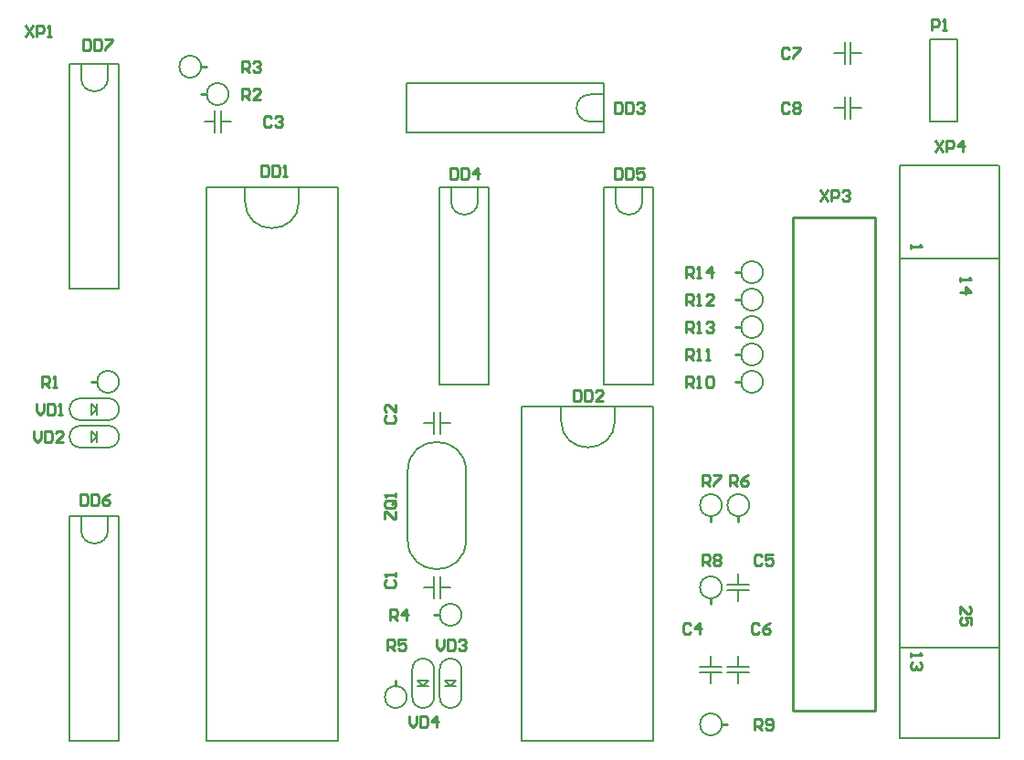
<source format=gto>
G04 Layer_Color=65535*
%FSLAX25Y25*%
%MOIN*%
G70*
G01*
G75*
%ADD22C,0.00787*%
%ADD23C,0.01000*%
D22*
X310000Y150000D02*
G03*
X310000Y150000I-4000J0D01*
G01*
Y160000D02*
G03*
X310000Y160000I-4000J0D01*
G01*
Y170000D02*
G03*
X310000Y170000I-4000J0D01*
G01*
Y180000D02*
G03*
X310000Y180000I-4000J0D01*
G01*
Y190000D02*
G03*
X310000Y190000I-4000J0D01*
G01*
X200000Y65000D02*
G03*
X200000Y65000I-4000J0D01*
G01*
X236315Y135921D02*
G03*
X256000Y135921I9843J0D01*
G01*
X256157Y215921D02*
G03*
X266000Y215921I4921J0D01*
G01*
X196158D02*
G03*
X206000Y215921I4921J0D01*
G01*
X121000D02*
G03*
X140685Y215921I9843J0D01*
G01*
X61158Y95921D02*
G03*
X71000Y95921I4921J0D01*
G01*
X61158Y260921D02*
G03*
X71000Y260921I4921J0D01*
G01*
X105000Y265000D02*
G03*
X105000Y265000I-4000J0D01*
G01*
X115000Y255000D02*
G03*
X115000Y255000I-4000J0D01*
G01*
X61000Y134000D02*
G03*
X61000Y126000I0J-4000D01*
G01*
X71000D02*
G03*
X71000Y134000I0J4000D01*
G01*
X61000Y144000D02*
G03*
X61000Y136000I0J-4000D01*
G01*
X71000D02*
G03*
X71000Y144000I0J4000D01*
G01*
X190000Y45000D02*
G03*
X182000Y45000I-4000J0D01*
G01*
Y35000D02*
G03*
X190000Y35000I4000J0D01*
G01*
X180000D02*
G03*
X180000Y35000I-4000J0D01*
G01*
X75000Y150000D02*
G03*
X75000Y150000I-4000J0D01*
G01*
X200000Y45000D02*
G03*
X192000Y45000I-4000J0D01*
G01*
Y35000D02*
G03*
X200000Y35000I4000J0D01*
G01*
X201630Y117441D02*
G03*
X180370Y117441I-10630J0D01*
G01*
Y92244D02*
G03*
X201630Y92244I10630J0D01*
G01*
X295000Y25000D02*
G03*
X295000Y25000I-4000J0D01*
G01*
Y75000D02*
G03*
X295000Y75000I-4000J0D01*
G01*
Y105000D02*
G03*
X295000Y105000I-4000J0D01*
G01*
X305000D02*
G03*
X305000Y105000I-4000J0D01*
G01*
X246921Y254843D02*
G03*
X246921Y245000I0J-4921D01*
G01*
X396181Y20040D02*
Y229000D01*
X360000Y195000D02*
X396000D01*
X360000Y53000D02*
X396000D01*
X359780Y20040D02*
Y229095D01*
X396000D01*
X359780Y20040D02*
X396000D01*
X339843Y246000D02*
Y254000D01*
X336000Y250000D02*
X339843D01*
X342000Y246000D02*
Y254000D01*
Y250000D02*
X345843D01*
X339843Y266000D02*
Y274000D01*
X336000Y270000D02*
X339843D01*
X342000Y266000D02*
Y274000D01*
Y270000D02*
X345843D01*
X222000Y141000D02*
X270000D01*
X222000Y19000D02*
X270000D01*
Y141000D01*
X222000Y19000D02*
Y141000D01*
X256000Y135921D02*
Y140843D01*
X236315Y135921D02*
Y140843D01*
X266000Y215921D02*
Y220843D01*
X270000Y149000D02*
Y221000D01*
X256157Y215921D02*
Y220843D01*
X252000Y149000D02*
X270000D01*
X252000D02*
Y221000D01*
X270000D01*
X206000Y215921D02*
Y220843D01*
X210000Y149000D02*
Y221000D01*
X196158Y215921D02*
Y220843D01*
X192000Y149000D02*
X210000D01*
X192000D02*
Y221000D01*
X210000D01*
X121000Y215921D02*
Y220843D01*
X140685Y215921D02*
Y220843D01*
X107000Y19000D02*
Y221000D01*
X155000Y19000D02*
Y221000D01*
X107000Y19000D02*
X155000D01*
X107000Y221000D02*
X155000D01*
X57000Y101000D02*
X75000D01*
Y19000D02*
Y101000D01*
X57000Y19000D02*
X75000D01*
X61158Y95921D02*
Y100843D01*
X57000Y19000D02*
Y101000D01*
X71000Y95921D02*
Y100843D01*
X57000Y266000D02*
X75000D01*
Y184000D02*
Y266000D01*
X57000Y184000D02*
X75000D01*
X61158Y260921D02*
Y265843D01*
X57000Y184000D02*
Y266000D01*
X71000Y260921D02*
Y265843D01*
X112157Y241000D02*
Y249000D01*
Y245000D02*
X116000D01*
X110000Y241000D02*
Y249000D01*
X106158Y245000D02*
X110000D01*
X371000Y275000D02*
X381000D01*
Y245000D02*
Y275000D01*
X371000Y245000D02*
X381000D01*
X371000D02*
Y275000D01*
X61000Y126000D02*
X71000D01*
X61000Y134000D02*
X71000D01*
X65000Y132000D02*
X67000Y130000D01*
X65000Y128000D02*
X67000Y130000D01*
X65000Y128000D02*
Y132000D01*
X67000Y128000D02*
Y132000D01*
X61000Y136000D02*
X71000D01*
X61000Y144000D02*
X71000D01*
X65000Y142000D02*
X67000Y140000D01*
X65000Y138000D02*
X67000Y140000D01*
X65000Y138000D02*
Y142000D01*
X67000Y138000D02*
Y142000D01*
X182000Y35000D02*
Y45000D01*
X190000Y35000D02*
Y45000D01*
X186000Y39000D02*
X188000Y41000D01*
X184000D02*
X186000Y39000D01*
X184000Y41000D02*
X188000D01*
X184000Y39000D02*
X188000D01*
X192000Y35000D02*
Y45000D01*
X200000Y35000D02*
Y45000D01*
X196000Y39000D02*
X198000Y41000D01*
X194000D02*
X196000Y39000D01*
X194000Y41000D02*
X198000D01*
X194000Y39000D02*
X198000D01*
X180370Y92244D02*
Y117441D01*
X201630Y92244D02*
Y117441D01*
X192158Y71000D02*
Y79000D01*
Y75000D02*
X196000D01*
X190000Y71000D02*
Y79000D01*
X186158Y75000D02*
X190000D01*
X192158Y131000D02*
Y139000D01*
Y135000D02*
X196000D01*
X190000Y131000D02*
Y139000D01*
X186158Y135000D02*
X190000D01*
X287000Y43843D02*
X295000D01*
X291000Y40000D02*
Y43843D01*
X287000Y46000D02*
X295000D01*
X291000D02*
Y49843D01*
X297000Y43843D02*
X305000D01*
X301000Y40000D02*
Y43843D01*
X297000Y46000D02*
X305000D01*
X301000D02*
Y49843D01*
X297000Y73843D02*
X305000D01*
X301000Y70000D02*
Y73843D01*
X297000Y76000D02*
X305000D01*
X301000D02*
Y79843D01*
X246921Y245000D02*
X251843D01*
X180000Y241000D02*
X252000D01*
X246921Y254843D02*
X251843D01*
X180000Y241000D02*
Y259000D01*
X252000D01*
Y241000D02*
Y259000D01*
D23*
X321000Y30000D02*
X351000D01*
Y210000D01*
X321000D02*
X351000D01*
X321000Y30000D02*
Y210000D01*
X300000Y150000D02*
X302000D01*
X300000Y160000D02*
X302000D01*
X300000Y170000D02*
X302000D01*
X300000Y180000D02*
X302000D01*
X300000Y190000D02*
X302000D01*
X190000Y65000D02*
X192000D01*
X105000Y265000D02*
X107000D01*
X105000Y255000D02*
X107000D01*
X176000Y39000D02*
Y41000D01*
X65000Y150000D02*
X67000D01*
X295000Y25000D02*
X297000D01*
X291000Y69000D02*
Y71000D01*
Y99000D02*
Y101000D01*
X301000Y99000D02*
Y101000D01*
X319624Y251280D02*
X318968Y251936D01*
X317656D01*
X317000Y251280D01*
Y248656D01*
X317656Y248000D01*
X318968D01*
X319624Y248656D01*
X320936Y251280D02*
X321592Y251936D01*
X322904D01*
X323560Y251280D01*
Y250624D01*
X322904Y249968D01*
X323560Y249312D01*
Y248656D01*
X322904Y248000D01*
X321592D01*
X320936Y248656D01*
Y249312D01*
X321592Y249968D01*
X320936Y250624D01*
Y251280D01*
X321592Y249968D02*
X322904D01*
X319624Y271280D02*
X318968Y271936D01*
X317656D01*
X317000Y271280D01*
Y268656D01*
X317656Y268000D01*
X318968D01*
X319624Y268656D01*
X320936Y271936D02*
X323560D01*
Y271280D01*
X320936Y268656D01*
Y268000D01*
X172720Y77624D02*
X172064Y76968D01*
Y75656D01*
X172720Y75000D01*
X175344D01*
X176000Y75656D01*
Y76968D01*
X175344Y77624D01*
X176000Y78936D02*
Y80248D01*
Y79592D01*
X172064D01*
X172720Y78936D01*
Y137624D02*
X172064Y136968D01*
Y135656D01*
X172720Y135000D01*
X175344D01*
X176000Y135656D01*
Y136968D01*
X175344Y137624D01*
X176000Y141560D02*
Y138936D01*
X173376Y141560D01*
X172720D01*
X172064Y140904D01*
Y139592D01*
X172720Y138936D01*
X130624Y246280D02*
X129968Y246936D01*
X128656D01*
X128000Y246280D01*
Y243656D01*
X128656Y243000D01*
X129968D01*
X130624Y243656D01*
X131936Y246280D02*
X132592Y246936D01*
X133904D01*
X134560Y246280D01*
Y245624D01*
X133904Y244968D01*
X133248D01*
X133904D01*
X134560Y244312D01*
Y243656D01*
X133904Y243000D01*
X132592D01*
X131936Y243656D01*
X283624Y61280D02*
X282968Y61936D01*
X281656D01*
X281000Y61280D01*
Y58656D01*
X281656Y58000D01*
X282968D01*
X283624Y58656D01*
X286904Y58000D02*
Y61936D01*
X284936Y59968D01*
X287560D01*
X309624Y86280D02*
X308968Y86936D01*
X307656D01*
X307000Y86280D01*
Y83656D01*
X307656Y83000D01*
X308968D01*
X309624Y83656D01*
X313560Y86936D02*
X310936D01*
Y84968D01*
X312248Y85624D01*
X312904D01*
X313560Y84968D01*
Y83656D01*
X312904Y83000D01*
X311592D01*
X310936Y83656D01*
X308624Y61280D02*
X307968Y61936D01*
X306656D01*
X306000Y61280D01*
Y58656D01*
X306656Y58000D01*
X307968D01*
X308624Y58656D01*
X312560Y61936D02*
X311248Y61280D01*
X309936Y59968D01*
Y58656D01*
X310592Y58000D01*
X311904D01*
X312560Y58656D01*
Y59312D01*
X311904Y59968D01*
X309936D01*
X127000Y228936D02*
Y225000D01*
X128968D01*
X129624Y225656D01*
Y228280D01*
X128968Y228936D01*
X127000D01*
X130936D02*
Y225000D01*
X132904D01*
X133560Y225656D01*
Y228280D01*
X132904Y228936D01*
X130936D01*
X134871Y225000D02*
X136183D01*
X135528D01*
Y228936D01*
X134871Y228280D01*
X241000Y146936D02*
Y143000D01*
X242968D01*
X243624Y143656D01*
Y146280D01*
X242968Y146936D01*
X241000D01*
X244936D02*
Y143000D01*
X246904D01*
X247560Y143656D01*
Y146280D01*
X246904Y146936D01*
X244936D01*
X251495Y143000D02*
X248871D01*
X251495Y145624D01*
Y146280D01*
X250839Y146936D01*
X249528D01*
X248871Y146280D01*
X256000Y251936D02*
Y248000D01*
X257968D01*
X258624Y248656D01*
Y251280D01*
X257968Y251936D01*
X256000D01*
X259936D02*
Y248000D01*
X261904D01*
X262560Y248656D01*
Y251280D01*
X261904Y251936D01*
X259936D01*
X263872Y251280D02*
X264528Y251936D01*
X265839D01*
X266495Y251280D01*
Y250624D01*
X265839Y249968D01*
X265183D01*
X265839D01*
X266495Y249312D01*
Y248656D01*
X265839Y248000D01*
X264528D01*
X263872Y248656D01*
X196000Y227936D02*
Y224000D01*
X197968D01*
X198624Y224656D01*
Y227280D01*
X197968Y227936D01*
X196000D01*
X199936D02*
Y224000D01*
X201904D01*
X202560Y224656D01*
Y227280D01*
X201904Y227936D01*
X199936D01*
X205839Y224000D02*
Y227936D01*
X203871Y225968D01*
X206495D01*
X256000Y227936D02*
Y224000D01*
X257968D01*
X258624Y224656D01*
Y227280D01*
X257968Y227936D01*
X256000D01*
X259936D02*
Y224000D01*
X261904D01*
X262560Y224656D01*
Y227280D01*
X261904Y227936D01*
X259936D01*
X266495D02*
X263872D01*
Y225968D01*
X265183Y226624D01*
X265839D01*
X266495Y225968D01*
Y224656D01*
X265839Y224000D01*
X264528D01*
X263872Y224656D01*
X61000Y108936D02*
Y105000D01*
X62968D01*
X63624Y105656D01*
Y108280D01*
X62968Y108936D01*
X61000D01*
X64936D02*
Y105000D01*
X66904D01*
X67560Y105656D01*
Y108280D01*
X66904Y108936D01*
X64936D01*
X71495D02*
X70183Y108280D01*
X68871Y106968D01*
Y105656D01*
X69528Y105000D01*
X70839D01*
X71495Y105656D01*
Y106312D01*
X70839Y106968D01*
X68871D01*
X62000Y274936D02*
Y271000D01*
X63968D01*
X64624Y271656D01*
Y274280D01*
X63968Y274936D01*
X62000D01*
X65936D02*
Y271000D01*
X67904D01*
X68560Y271656D01*
Y274280D01*
X67904Y274936D01*
X65936D01*
X69871D02*
X72495D01*
Y274280D01*
X69871Y271656D01*
Y271000D01*
X371600Y278400D02*
Y282336D01*
X373568D01*
X374224Y281680D01*
Y280368D01*
X373568Y279712D01*
X371600D01*
X375536Y278400D02*
X376848D01*
X376192D01*
Y282336D01*
X375536Y281680D01*
X47000Y148000D02*
Y151936D01*
X48968D01*
X49624Y151280D01*
Y149968D01*
X48968Y149312D01*
X47000D01*
X48312D02*
X49624Y148000D01*
X50936D02*
X52248D01*
X51592D01*
Y151936D01*
X50936Y151280D01*
X120000Y253000D02*
Y256936D01*
X121968D01*
X122624Y256280D01*
Y254968D01*
X121968Y254312D01*
X120000D01*
X121312D02*
X122624Y253000D01*
X126560D02*
X123936D01*
X126560Y255624D01*
Y256280D01*
X125904Y256936D01*
X124592D01*
X123936Y256280D01*
X120000Y263000D02*
Y266936D01*
X121968D01*
X122624Y266280D01*
Y264968D01*
X121968Y264312D01*
X120000D01*
X121312D02*
X122624Y263000D01*
X123936Y266280D02*
X124592Y266936D01*
X125904D01*
X126560Y266280D01*
Y265624D01*
X125904Y264968D01*
X125248D01*
X125904D01*
X126560Y264312D01*
Y263656D01*
X125904Y263000D01*
X124592D01*
X123936Y263656D01*
X174000Y63000D02*
Y66936D01*
X175968D01*
X176624Y66280D01*
Y64968D01*
X175968Y64312D01*
X174000D01*
X175312D02*
X176624Y63000D01*
X179904D02*
Y66936D01*
X177936Y64968D01*
X180560D01*
X173000Y52000D02*
Y55936D01*
X174968D01*
X175624Y55280D01*
Y53968D01*
X174968Y53312D01*
X173000D01*
X174312D02*
X175624Y52000D01*
X179560Y55936D02*
X176936D01*
Y53968D01*
X178248Y54624D01*
X178904D01*
X179560Y53968D01*
Y52656D01*
X178904Y52000D01*
X177592D01*
X176936Y52656D01*
X298000Y112000D02*
Y115936D01*
X299968D01*
X300624Y115280D01*
Y113968D01*
X299968Y113312D01*
X298000D01*
X299312D02*
X300624Y112000D01*
X304560Y115936D02*
X303248Y115280D01*
X301936Y113968D01*
Y112656D01*
X302592Y112000D01*
X303904D01*
X304560Y112656D01*
Y113312D01*
X303904Y113968D01*
X301936D01*
X288000Y112000D02*
Y115936D01*
X289968D01*
X290624Y115280D01*
Y113968D01*
X289968Y113312D01*
X288000D01*
X289312D02*
X290624Y112000D01*
X291936Y115936D02*
X294560D01*
Y115280D01*
X291936Y112656D01*
Y112000D01*
X288000Y83000D02*
Y86936D01*
X289968D01*
X290624Y86280D01*
Y84968D01*
X289968Y84312D01*
X288000D01*
X289312D02*
X290624Y83000D01*
X291936Y86280D02*
X292592Y86936D01*
X293904D01*
X294560Y86280D01*
Y85624D01*
X293904Y84968D01*
X294560Y84312D01*
Y83656D01*
X293904Y83000D01*
X292592D01*
X291936Y83656D01*
Y84312D01*
X292592Y84968D01*
X291936Y85624D01*
Y86280D01*
X292592Y84968D02*
X293904D01*
X307000Y23000D02*
Y26936D01*
X308968D01*
X309624Y26280D01*
Y24968D01*
X308968Y24312D01*
X307000D01*
X308312D02*
X309624Y23000D01*
X310936Y23656D02*
X311592Y23000D01*
X312904D01*
X313560Y23656D01*
Y26280D01*
X312904Y26936D01*
X311592D01*
X310936Y26280D01*
Y25624D01*
X311592Y24968D01*
X313560D01*
X282000Y148000D02*
Y151936D01*
X283968D01*
X284624Y151280D01*
Y149968D01*
X283968Y149312D01*
X282000D01*
X283312D02*
X284624Y148000D01*
X285936D02*
X287248D01*
X286592D01*
Y151936D01*
X285936Y151280D01*
X289216D02*
X289872Y151936D01*
X291183D01*
X291839Y151280D01*
Y148656D01*
X291183Y148000D01*
X289872D01*
X289216Y148656D01*
Y151280D01*
X282000Y158000D02*
Y161936D01*
X283968D01*
X284624Y161280D01*
Y159968D01*
X283968Y159312D01*
X282000D01*
X283312D02*
X284624Y158000D01*
X285936D02*
X287248D01*
X286592D01*
Y161936D01*
X285936Y161280D01*
X289216Y158000D02*
X290528D01*
X289872D01*
Y161936D01*
X289216Y161280D01*
X282000Y178000D02*
Y181936D01*
X283968D01*
X284624Y181280D01*
Y179968D01*
X283968Y179312D01*
X282000D01*
X283312D02*
X284624Y178000D01*
X285936D02*
X287248D01*
X286592D01*
Y181936D01*
X285936Y181280D01*
X291839Y178000D02*
X289216D01*
X291839Y180624D01*
Y181280D01*
X291183Y181936D01*
X289872D01*
X289216Y181280D01*
X282000Y168000D02*
Y171936D01*
X283968D01*
X284624Y171280D01*
Y169968D01*
X283968Y169312D01*
X282000D01*
X283312D02*
X284624Y168000D01*
X285936D02*
X287248D01*
X286592D01*
Y171936D01*
X285936Y171280D01*
X289216D02*
X289872Y171936D01*
X291183D01*
X291839Y171280D01*
Y170624D01*
X291183Y169968D01*
X290528D01*
X291183D01*
X291839Y169312D01*
Y168656D01*
X291183Y168000D01*
X289872D01*
X289216Y168656D01*
X282000Y188000D02*
Y191936D01*
X283968D01*
X284624Y191280D01*
Y189968D01*
X283968Y189312D01*
X282000D01*
X283312D02*
X284624Y188000D01*
X285936D02*
X287248D01*
X286592D01*
Y191936D01*
X285936Y191280D01*
X291183Y188000D02*
Y191936D01*
X289216Y189968D01*
X291839D01*
X45000Y141936D02*
Y139312D01*
X46312Y138000D01*
X47624Y139312D01*
Y141936D01*
X48936D02*
Y138000D01*
X50904D01*
X51560Y138656D01*
Y141280D01*
X50904Y141936D01*
X48936D01*
X52872Y138000D02*
X54183D01*
X53527D01*
Y141936D01*
X52872Y141280D01*
X44000Y131936D02*
Y129312D01*
X45312Y128000D01*
X46624Y129312D01*
Y131936D01*
X47936D02*
Y128000D01*
X49904D01*
X50560Y128656D01*
Y131280D01*
X49904Y131936D01*
X47936D01*
X54495Y128000D02*
X51872D01*
X54495Y130624D01*
Y131280D01*
X53839Y131936D01*
X52527D01*
X51872Y131280D01*
X191000Y55936D02*
Y53312D01*
X192312Y52000D01*
X193624Y53312D01*
Y55936D01*
X194936D02*
Y52000D01*
X196904D01*
X197560Y52656D01*
Y55280D01*
X196904Y55936D01*
X194936D01*
X198872Y55280D02*
X199528Y55936D01*
X200839D01*
X201495Y55280D01*
Y54624D01*
X200839Y53968D01*
X200183D01*
X200839D01*
X201495Y53312D01*
Y52656D01*
X200839Y52000D01*
X199528D01*
X198872Y52656D01*
X181000Y27936D02*
Y25312D01*
X182312Y24000D01*
X183624Y25312D01*
Y27936D01*
X184936D02*
Y24000D01*
X186904D01*
X187560Y24656D01*
Y27280D01*
X186904Y27936D01*
X184936D01*
X190839Y24000D02*
Y27936D01*
X188872Y25968D01*
X191495D01*
X41000Y279936D02*
X43624Y276000D01*
Y279936D02*
X41000Y276000D01*
X44936D02*
Y279936D01*
X46904D01*
X47560Y279280D01*
Y277968D01*
X46904Y277312D01*
X44936D01*
X48871Y276000D02*
X50183D01*
X49527D01*
Y279936D01*
X48871Y279280D01*
X331000Y219936D02*
X333624Y216000D01*
Y219936D02*
X331000Y216000D01*
X334936D02*
Y219936D01*
X336904D01*
X337560Y219280D01*
Y217968D01*
X336904Y217312D01*
X334936D01*
X338872Y219280D02*
X339528Y219936D01*
X340839D01*
X341495Y219280D01*
Y218624D01*
X340839Y217968D01*
X340183D01*
X340839D01*
X341495Y217312D01*
Y216656D01*
X340839Y216000D01*
X339528D01*
X338872Y216656D01*
X373000Y237936D02*
X375624Y234000D01*
Y237936D02*
X373000Y234000D01*
X376936D02*
Y237936D01*
X378904D01*
X379560Y237280D01*
Y235968D01*
X378904Y235312D01*
X376936D01*
X382839Y234000D02*
Y237936D01*
X380872Y235968D01*
X383495D01*
X172064Y100000D02*
Y102624D01*
X172720D01*
X175344Y100000D01*
X176000D01*
Y102624D01*
X175344Y106560D02*
X172720D01*
X172064Y105904D01*
Y104592D01*
X172720Y103936D01*
X175344D01*
X176000Y104592D01*
Y105904D01*
X174688Y105248D02*
X176000Y106560D01*
Y105904D02*
X175344Y106560D01*
X176000Y107871D02*
Y109183D01*
Y108528D01*
X172064D01*
X172720Y107871D01*
X364000Y200000D02*
Y198688D01*
Y199344D01*
X367936D01*
X367280Y200000D01*
X364000Y51000D02*
Y49688D01*
Y50344D01*
X367936D01*
X367280Y51000D01*
Y47720D02*
X367936Y47064D01*
Y45752D01*
X367280Y45096D01*
X366624D01*
X365968Y45752D01*
Y46408D01*
Y45752D01*
X365312Y45096D01*
X364656D01*
X364000Y45752D01*
Y47064D01*
X364656Y47720D01*
X382000Y188000D02*
Y186688D01*
Y187344D01*
X385936D01*
X385280Y188000D01*
X382000Y182752D02*
X385936D01*
X383968Y184720D01*
Y182097D01*
X382000Y65376D02*
Y68000D01*
X384624Y65376D01*
X385280D01*
X385936Y66032D01*
Y67344D01*
X385280Y68000D01*
X385936Y61440D02*
Y64064D01*
X383968D01*
X384624Y62752D01*
Y62096D01*
X383968Y61440D01*
X382656D01*
X382000Y62096D01*
Y63408D01*
X382656Y64064D01*
M02*

</source>
